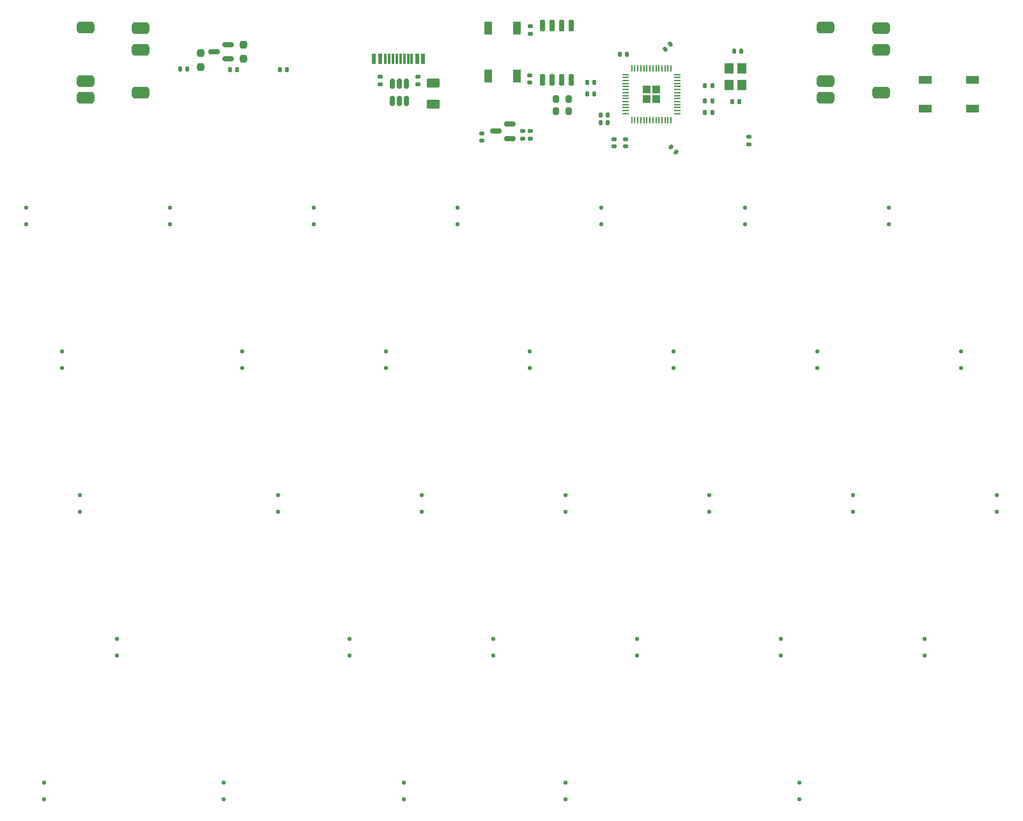
<source format=gbr>
%TF.GenerationSoftware,KiCad,Pcbnew,7.0.9*%
%TF.CreationDate,2024-01-14T19:33:28+01:00*%
%TF.ProjectId,left_pcb,6c656674-5f70-4636-922e-6b696361645f,rev?*%
%TF.SameCoordinates,Original*%
%TF.FileFunction,Paste,Bot*%
%TF.FilePolarity,Positive*%
%FSLAX46Y46*%
G04 Gerber Fmt 4.6, Leading zero omitted, Abs format (unit mm)*
G04 Created by KiCad (PCBNEW 7.0.9) date 2024-01-14 19:33:28*
%MOMM*%
%LPD*%
G01*
G04 APERTURE LIST*
G04 Aperture macros list*
%AMRoundRect*
0 Rectangle with rounded corners*
0 $1 Rounding radius*
0 $2 $3 $4 $5 $6 $7 $8 $9 X,Y pos of 4 corners*
0 Add a 4 corners polygon primitive as box body*
4,1,4,$2,$3,$4,$5,$6,$7,$8,$9,$2,$3,0*
0 Add four circle primitives for the rounded corners*
1,1,$1+$1,$2,$3*
1,1,$1+$1,$4,$5*
1,1,$1+$1,$6,$7*
1,1,$1+$1,$8,$9*
0 Add four rect primitives between the rounded corners*
20,1,$1+$1,$2,$3,$4,$5,0*
20,1,$1+$1,$4,$5,$6,$7,0*
20,1,$1+$1,$6,$7,$8,$9,0*
20,1,$1+$1,$8,$9,$2,$3,0*%
G04 Aperture macros list end*
%ADD10RoundRect,0.125000X0.125000X-0.125000X0.125000X0.125000X-0.125000X0.125000X-0.125000X-0.125000X0*%
%ADD11RoundRect,0.140000X-0.140000X-0.170000X0.140000X-0.170000X0.140000X0.170000X-0.140000X0.170000X0*%
%ADD12RoundRect,0.237500X-0.237500X0.250000X-0.237500X-0.250000X0.237500X-0.250000X0.237500X0.250000X0*%
%ADD13RoundRect,0.140000X-0.170000X0.140000X-0.170000X-0.140000X0.170000X-0.140000X0.170000X0.140000X0*%
%ADD14RoundRect,0.400000X0.750000X0.400000X-0.750000X0.400000X-0.750000X-0.400000X0.750000X-0.400000X0*%
%ADD15RoundRect,0.140000X0.140000X0.170000X-0.140000X0.170000X-0.140000X-0.170000X0.140000X-0.170000X0*%
%ADD16RoundRect,0.135000X-0.185000X0.135000X-0.185000X-0.135000X0.185000X-0.135000X0.185000X0.135000X0*%
%ADD17RoundRect,0.150000X0.587500X0.150000X-0.587500X0.150000X-0.587500X-0.150000X0.587500X-0.150000X0*%
%ADD18RoundRect,0.140000X-0.219203X-0.021213X-0.021213X-0.219203X0.219203X0.021213X0.021213X0.219203X0*%
%ADD19RoundRect,0.200000X-0.200000X-0.275000X0.200000X-0.275000X0.200000X0.275000X-0.200000X0.275000X0*%
%ADD20RoundRect,0.140000X0.170000X-0.140000X0.170000X0.140000X-0.170000X0.140000X-0.170000X-0.140000X0*%
%ADD21R,1.700000X1.000000*%
%ADD22R,0.600000X1.450000*%
%ADD23R,0.300000X1.450000*%
%ADD24R,1.000000X1.700000*%
%ADD25R,1.200000X1.400000*%
%ADD26RoundRect,0.250000X-0.625000X0.375000X-0.625000X-0.375000X0.625000X-0.375000X0.625000X0.375000X0*%
%ADD27RoundRect,0.250000X-0.292217X0.292217X-0.292217X-0.292217X0.292217X-0.292217X0.292217X0.292217X0*%
%ADD28RoundRect,0.050000X-0.050000X0.387500X-0.050000X-0.387500X0.050000X-0.387500X0.050000X0.387500X0*%
%ADD29RoundRect,0.050000X-0.387500X0.050000X-0.387500X-0.050000X0.387500X-0.050000X0.387500X0.050000X0*%
%ADD30RoundRect,0.135000X0.135000X0.185000X-0.135000X0.185000X-0.135000X-0.185000X0.135000X-0.185000X0*%
%ADD31RoundRect,0.150000X-0.150000X0.650000X-0.150000X-0.650000X0.150000X-0.650000X0.150000X0.650000X0*%
%ADD32RoundRect,0.237500X0.237500X-0.250000X0.237500X0.250000X-0.237500X0.250000X-0.237500X-0.250000X0*%
%ADD33RoundRect,0.135000X0.185000X-0.135000X0.185000X0.135000X-0.185000X0.135000X-0.185000X-0.135000X0*%
%ADD34RoundRect,0.140000X0.021213X-0.219203X0.219203X-0.021213X-0.021213X0.219203X-0.219203X0.021213X0*%
%ADD35RoundRect,0.150000X0.150000X-0.512500X0.150000X0.512500X-0.150000X0.512500X-0.150000X-0.512500X0*%
G04 APERTURE END LIST*
D10*
%TO.C,D31*%
X67736900Y-66640000D03*
X67736900Y-64440000D03*
%TD*%
%TO.C,D22*%
X29636900Y-66640000D03*
X29636900Y-64440000D03*
%TD*%
D11*
%TO.C,C6*%
X33858250Y-32713000D03*
X34818250Y-32713000D03*
%TD*%
D10*
%TO.C,D2*%
X-51325100Y-66640000D03*
X-51325100Y-64440000D03*
%TD*%
%TO.C,D32*%
X72499400Y-85690000D03*
X72499400Y-83490000D03*
%TD*%
D12*
%TO.C,R8*%
X-27350000Y-23787500D03*
X-27350000Y-25612500D03*
%TD*%
D10*
%TO.C,D14*%
X5824400Y-104740000D03*
X5824400Y-102540000D03*
%TD*%
%TO.C,D19*%
X24874400Y-104740000D03*
X24874400Y-102540000D03*
%TD*%
%TO.C,D15*%
X-6082100Y-123790000D03*
X-6082100Y-121590000D03*
%TD*%
D13*
%TO.C,C9*%
X23289250Y-36297000D03*
X23289250Y-37257000D03*
%TD*%
D14*
%TO.C,J3*%
X-40950000Y-30150000D03*
X-40950000Y-24450000D03*
X-48250000Y-21450000D03*
X-40950000Y-21550000D03*
X-48250000Y-30750000D03*
X-48250000Y-28550000D03*
%TD*%
D10*
%TO.C,D8*%
X-22750600Y-85690000D03*
X-22750600Y-83490000D03*
%TD*%
D15*
%TO.C,C13*%
X19197250Y-30300000D03*
X18237250Y-30300000D03*
%TD*%
D10*
%TO.C,D26*%
X39161900Y-47590000D03*
X39161900Y-45390000D03*
%TD*%
%TO.C,D20*%
X15349400Y-123790000D03*
X15349400Y-121590000D03*
%TD*%
D15*
%TO.C,C5*%
X19197250Y-28776000D03*
X18237250Y-28776000D03*
%TD*%
D13*
%TO.C,C14*%
X21765250Y-36297000D03*
X21765250Y-37257000D03*
%TD*%
D10*
%TO.C,D24*%
X43924400Y-104740000D03*
X43924400Y-102540000D03*
%TD*%
D11*
%TO.C,C10*%
X33858250Y-31189000D03*
X34818250Y-31189000D03*
%TD*%
D16*
%TO.C,R2*%
X39637218Y-35932700D03*
X39637218Y-36952700D03*
%TD*%
D15*
%TO.C,C8*%
X20991018Y-34081750D03*
X20031018Y-34081750D03*
%TD*%
D10*
%TO.C,D18*%
X15349400Y-85690000D03*
X15349400Y-83490000D03*
%TD*%
D16*
%TO.C,R4*%
X-4214032Y-28014575D03*
X-4214032Y-29034575D03*
%TD*%
D17*
%TO.C,Q1*%
X-29350000Y-23750000D03*
X-29350000Y-25650000D03*
X-31225000Y-24700000D03*
%TD*%
D18*
%TO.C,C11*%
X29331482Y-37266589D03*
X30010304Y-37945411D03*
%TD*%
D19*
%TO.C,R6*%
X14113893Y-32600000D03*
X15763893Y-32600000D03*
%TD*%
D10*
%TO.C,D17*%
X10586900Y-66640000D03*
X10586900Y-64440000D03*
%TD*%
D14*
%TO.C,J4*%
X57150000Y-30150000D03*
X57150000Y-24450000D03*
X49850000Y-21450000D03*
X57150000Y-21550000D03*
X49850000Y-30750000D03*
X49850000Y-28550000D03*
%TD*%
D16*
%TO.C,R3*%
X-9167032Y-28014575D03*
X-9167032Y-29034575D03*
%TD*%
D20*
%TO.C,C16*%
X4268018Y-36467250D03*
X4268018Y-35507250D03*
%TD*%
D10*
%TO.C,D29*%
X62974400Y-104740000D03*
X62974400Y-102540000D03*
%TD*%
D11*
%TO.C,C19*%
X-29100000Y-27050000D03*
X-28140000Y-27050000D03*
%TD*%
D10*
%TO.C,D12*%
X-8463100Y-66640000D03*
X-8463100Y-64440000D03*
%TD*%
%TO.C,D30*%
X58211900Y-47590000D03*
X58211900Y-45390000D03*
%TD*%
D21*
%TO.C,SW_RESET1*%
X69300000Y-28450000D03*
X63000000Y-28450000D03*
X69300000Y-32250000D03*
X63000000Y-32250000D03*
%TD*%
D10*
%TO.C,D4*%
X-44107500Y-104740000D03*
X-44107500Y-102540000D03*
%TD*%
D11*
%TO.C,C2*%
X37684018Y-24585000D03*
X38644018Y-24585000D03*
%TD*%
D22*
%TO.C,J1*%
X-10004032Y-25600450D03*
X-9204032Y-25600450D03*
D23*
X-8004032Y-25600450D03*
X-7004032Y-25600450D03*
X-6504032Y-25600450D03*
X-5504032Y-25600450D03*
D22*
X-4304032Y-25600450D03*
X-3504032Y-25600450D03*
X-3504032Y-25600450D03*
X-4304032Y-25600450D03*
D23*
X-5004032Y-25600450D03*
X-6004032Y-25600450D03*
X-7504032Y-25600450D03*
X-8504032Y-25600450D03*
D22*
X-9204032Y-25600450D03*
X-10004032Y-25600450D03*
%TD*%
D24*
%TO.C,SW_BOOT1*%
X5137218Y-21582700D03*
X5137218Y-27882700D03*
X8937218Y-21582700D03*
X8937218Y-27882700D03*
%TD*%
D10*
%TO.C,D5*%
X-53707100Y-123790000D03*
X-53707100Y-121590000D03*
%TD*%
D17*
%TO.C,U4*%
X7999518Y-34275250D03*
X7999518Y-36175250D03*
X6124518Y-35225250D03*
%TD*%
D10*
%TO.C,D21*%
X20111900Y-47590000D03*
X20111900Y-45390000D03*
%TD*%
D25*
%TO.C,Y1*%
X37044250Y-29114000D03*
X37044250Y-26914000D03*
X38744250Y-26914000D03*
X38744250Y-29114000D03*
%TD*%
D10*
%TO.C,D25*%
X46380000Y-123790000D03*
X46380000Y-121590000D03*
%TD*%
D26*
%TO.C,F1*%
X-2162782Y-28832700D03*
X-2162782Y-31632700D03*
%TD*%
D15*
%TO.C,C3*%
X38390018Y-31287750D03*
X37430018Y-31287750D03*
%TD*%
D20*
%TO.C,C1*%
X10647218Y-28769700D03*
X10647218Y-27809700D03*
%TD*%
D10*
%TO.C,D27*%
X48686900Y-66640000D03*
X48686900Y-64440000D03*
%TD*%
%TO.C,D11*%
X-17988100Y-47590000D03*
X-17988100Y-45390000D03*
%TD*%
%TO.C,D23*%
X34399400Y-85690000D03*
X34399400Y-83490000D03*
%TD*%
D27*
%TO.C,U3*%
X27387500Y-29662500D03*
X26112500Y-29662500D03*
X27387500Y-30937500D03*
X26112500Y-30937500D03*
D28*
X24150000Y-26862500D03*
X24550000Y-26862500D03*
X24950000Y-26862500D03*
X25350000Y-26862500D03*
X25750000Y-26862500D03*
X26150000Y-26862500D03*
X26550000Y-26862500D03*
X26950000Y-26862500D03*
X27350000Y-26862500D03*
X27750000Y-26862500D03*
X28150000Y-26862500D03*
X28550000Y-26862500D03*
X28950000Y-26862500D03*
X29350000Y-26862500D03*
D29*
X30187500Y-27700000D03*
X30187500Y-28100000D03*
X30187500Y-28500000D03*
X30187500Y-28900000D03*
X30187500Y-29300000D03*
X30187500Y-29700000D03*
X30187500Y-30100000D03*
X30187500Y-30500000D03*
X30187500Y-30900000D03*
X30187500Y-31300000D03*
X30187500Y-31700000D03*
X30187500Y-32100000D03*
X30187500Y-32500000D03*
X30187500Y-32900000D03*
D28*
X29350000Y-33737500D03*
X28950000Y-33737500D03*
X28550000Y-33737500D03*
X28150000Y-33737500D03*
X27750000Y-33737500D03*
X27350000Y-33737500D03*
X26950000Y-33737500D03*
X26550000Y-33737500D03*
X26150000Y-33737500D03*
X25750000Y-33737500D03*
X25350000Y-33737500D03*
X24950000Y-33737500D03*
X24550000Y-33737500D03*
X24150000Y-33737500D03*
D29*
X23312500Y-32900000D03*
X23312500Y-32500000D03*
X23312500Y-32100000D03*
X23312500Y-31700000D03*
X23312500Y-31300000D03*
X23312500Y-30900000D03*
X23312500Y-30500000D03*
X23312500Y-30100000D03*
X23312500Y-29700000D03*
X23312500Y-29300000D03*
X23312500Y-28900000D03*
X23312500Y-28500000D03*
X23312500Y-28100000D03*
X23312500Y-27700000D03*
%TD*%
D13*
%TO.C,C17*%
X10747893Y-35221000D03*
X10747893Y-36181000D03*
%TD*%
D30*
%TO.C,R7*%
X34848250Y-29157000D03*
X33828250Y-29157000D03*
%TD*%
D31*
%TO.C,U1*%
X12297218Y-21212700D03*
X13567218Y-21212700D03*
X14837218Y-21212700D03*
X16107218Y-21212700D03*
X16107218Y-28412700D03*
X14837218Y-28412700D03*
X13567218Y-28412700D03*
X12297218Y-28412700D03*
%TD*%
D10*
%TO.C,D7*%
X-27513100Y-66640000D03*
X-27513100Y-64440000D03*
%TD*%
D32*
%TO.C,R9*%
X-33000000Y-26700000D03*
X-33000000Y-24875000D03*
%TD*%
D20*
%TO.C,C7*%
X9731893Y-36181000D03*
X9731893Y-35221000D03*
%TD*%
D10*
%TO.C,D9*%
X-13225600Y-104740000D03*
X-13225600Y-102540000D03*
%TD*%
%TO.C,D1*%
X-56088100Y-47590000D03*
X-56088100Y-45390000D03*
%TD*%
D15*
%TO.C,C15*%
X23531018Y-25064750D03*
X22571018Y-25064750D03*
%TD*%
%TO.C,C4*%
X20991018Y-33065750D03*
X20031018Y-33065750D03*
%TD*%
D10*
%TO.C,D6*%
X-37038100Y-47590000D03*
X-37038100Y-45390000D03*
%TD*%
D19*
%TO.C,R5*%
X14113893Y-30949000D03*
X15763893Y-30949000D03*
%TD*%
D33*
%TO.C,R1*%
X10737218Y-22342700D03*
X10737218Y-21322700D03*
%TD*%
D34*
%TO.C,C12*%
X28553607Y-24388161D03*
X29232429Y-23709339D03*
%TD*%
D11*
%TO.C,C18*%
X-35730000Y-26950000D03*
X-34770000Y-26950000D03*
%TD*%
D10*
%TO.C,D10*%
X-29894600Y-123790000D03*
X-29894600Y-121590000D03*
%TD*%
D11*
%TO.C,C20*%
X-22510000Y-27100000D03*
X-21550000Y-27100000D03*
%TD*%
D10*
%TO.C,D16*%
X1061900Y-47590000D03*
X1061900Y-45390000D03*
%TD*%
%TO.C,D28*%
X53449400Y-85690000D03*
X53449400Y-83490000D03*
%TD*%
%TO.C,D13*%
X-3700600Y-85690000D03*
X-3700600Y-83490000D03*
%TD*%
%TO.C,D3*%
X-48944100Y-85690000D03*
X-48944100Y-83490000D03*
%TD*%
D35*
%TO.C,U2*%
X-5708782Y-31170200D03*
X-6658782Y-31170200D03*
X-7608782Y-31170200D03*
X-7608782Y-28895200D03*
X-6658782Y-28895200D03*
X-5708782Y-28895200D03*
%TD*%
M02*

</source>
